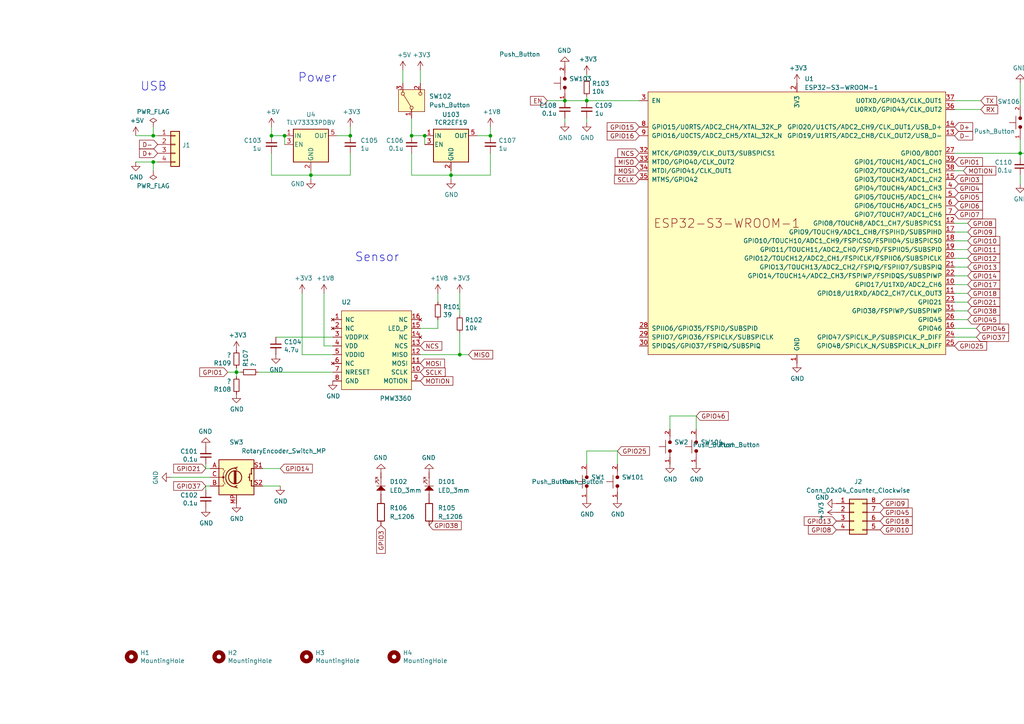
<source format=kicad_sch>
(kicad_sch (version 20231120) (generator "eeschema") (generator_version "8.0")
  (paper "A4")
  (lib_symbols
    (symbol "Connector:TestPoint" (pin_numbers hide) (pin_names (offset 0.762) hide)
      (property "Reference" "TP" (at 0 6.858 0))
      (property "Value" "TestPoint" (at 0 5.08 0))
      (symbol "TestPoint_1_1"
        (pin passive line (at 0 0 90) (length 2.54) (name "1") (number "1"))
      )
    )
    (symbol "Connector_Generic:Conn_01x04" (pin_names (offset 1.016) hide)
      (property "Reference" "J" (at 0 5.08 0))
      (property "Value" "Conn_01x04" (at 0 -7.62 0))
      (symbol "Conn_01x04_1_1"
        (pin passive line (at -5.08 2.54 0) (length 3.81) (name "Pin_1") (number "1"))
        (pin passive line (at -5.08 0 0) (length 3.81) (name "Pin_2") (number "2"))
        (pin passive line (at -5.08 -2.54 0) (length 3.81) (name "Pin_3") (number "3"))
        (pin passive line (at -5.08 -5.08 0) (length 3.81) (name "Pin_4") (number "4"))
      )
    )
    (symbol "Connector_Generic:Conn_02x03_Counter_Clockwise" (pin_names (offset 1.016) hide)
      (property "Reference" "J" (at 1.27 5.08 0))
      (property "Value" "Conn_02x03_Counter_Clockwise" (at 1.27 -5.08 0))
      (symbol "Conn_02x03_Counter_Clockwise_1_1"
        (pin passive line (at -5.08 2.54 0) (length 3.81) (name "Pin_1") (number "1"))
        (pin passive line (at -5.08 0 0) (length 3.81) (name "Pin_2") (number "2"))
        (pin passive line (at -5.08 -2.54 0) (length 3.81) (name "Pin_3") (number "3"))
        (pin passive line (at 7.62 -2.54 180) (length 3.81) (name "Pin_4") (number "4"))
        (pin passive line (at 7.62 0 180) (length 3.81) (name "Pin_5") (number "5"))
        (pin passive line (at 7.62 2.54 180) (length 3.81) (name "Pin_6") (number "6"))
      )
    )
    (symbol "Connector_Generic:Conn_02x04_Counter_Clockwise" (pin_names (offset 1.016) hide)
      (property "Reference" "J" (at 1.27 5.08 0))
      (property "Value" "Conn_02x04_Counter_Clockwise" (at 1.27 -7.62 0))
      (symbol "Conn_02x04_Counter_Clockwise_1_1"
        (pin passive line (at -5.08 2.54 0) (length 3.81) (name "Pin_1") (number "1"))
        (pin passive line (at -5.08 0 0) (length 3.81) (name "Pin_2") (number "2"))
        (pin passive line (at -5.08 -2.54 0) (length 3.81) (name "Pin_3") (number "3"))
        (pin passive line (at -5.08 -5.08 0) (length 3.81) (name "Pin_4") (number "4"))
        (pin passive line (at 7.62 -5.08 180) (length 3.81) (name "Pin_5") (number "5"))
        (pin passive line (at 7.62 -2.54 180) (length 3.81) (name "Pin_6") (number "6"))
        (pin passive line (at 7.62 0 180) (length 3.81) (name "Pin_7") (number "7"))
        (pin passive line (at 7.62 2.54 180) (length 3.81) (name "Pin_8") (number "8"))
      )
    )
    (symbol "Device:C_Small" (pin_numbers hide) (pin_names (offset 0.254) hide)
      (property "Reference" "C" (at 0.254 1.778 0))
      (property "Value" "C_Small" (at 0.254 -2.032 0))
      (symbol "C_Small_1_1"
        (pin passive line (at 0 2.54 270) (length 2.032) (name "~") (number "1"))
        (pin passive line (at 0 -2.54 90) (length 2.032) (name "~") (number "2"))
      )
    )
    (symbol "Device:R_Small" (pin_numbers hide) (pin_names (offset 0.254) hide)
      (property "Reference" "R" (at 0.762 0.508 0))
      (property "Value" "R_Small" (at 0.762 -1.016 0))
      (symbol "R_Small_1_1"
        (pin passive line (at 0 2.54 270) (length 0.762) (name "~") (number "1"))
        (pin passive line (at 0 -2.54 90) (length 0.762) (name "~") (number "2"))
      )
    )
    (symbol "Device:RotaryEncoder_Switch_MP" (pin_names (offset 0.254) hide)
      (property "Reference" "SW" (at 0 8.89 0))
      (property "Value" "RotaryEncoder_Switch_MP" (at 0 6.35 0))
      (symbol "RotaryEncoder_Switch_MP_1_1"
        (pin passive line (at -7.62 2.54 0) (length 2.54) (name "A") (number "A"))
        (pin passive line (at -7.62 -2.54 0) (length 2.54) (name "B") (number "B"))
        (pin passive line (at -7.62 0 0) (length 2.54) (name "C") (number "C"))
        (pin passive line (at 0 -7.62 90) (length 2.54) (name "MP") (number "MP"))
        (pin passive line (at 7.62 2.54 180) (length 2.54) (name "S1") (number "S1"))
        (pin passive line (at 7.62 -2.54 180) (length 2.54) (name "S2") (number "S2"))
      )
    )
    (symbol "Mechanical:MountingHole" (pin_names (offset 1.016)) (exclude_from_sim yes) (in_bom no)
      (property "Reference" "H" (at 0 5.08 0))
      (property "Value" "MountingHole" (at 0 3.175 0))
    )
    (symbol "PCM_Espressif:ESP32-S3-WROOM-1" (pin_names (offset 1.016))
      (property "Reference" "U" (at -43.18 43.18 0))
      (property "Value" "ESP32-S3-WROOM-1" (at -43.18 40.64 0))
      (symbol "ESP32-S3-WROOM-1_0_0"
        (text "ESP32-S3-WROOM-1" (at -20.32 0 0) (effects (font (size 2.54 2.54))))
        (pin power_in line (at 0 -40.64 90) (length 2.54) (name "GND") (number "1"))
        (pin bidirectional line (at 45.72 -17.78 180) (length 2.54) (name "GPIO17/U1TXD/ADC2_CH6") (number "10"))
        (pin bidirectional line (at 45.72 -20.32 180) (length 2.54) (name "GPIO18/U1RXD/ADC2_CH7/CLK_OUT3") (number "11"))
        (pin bidirectional line (at 45.72 0 180) (length 2.54) (name "GPIO8/TOUCH8/ADC1_CH7/SUBSPICS1") (number "12"))
        (pin bidirectional line (at 45.72 25.4 180) (length 2.54) (name "GPIO19/U1RTS/ADC2_CH8/CLK_OUT2/USB_D-") (number "13"))
        (pin bidirectional line (at 45.72 27.94 180) (length 2.54) (name "GPIO20/U1CTS/ADC2_CH9/CLK_OUT1/USB_D+") (number "14"))
        (pin bidirectional line (at 45.72 12.7 180) (length 2.54) (name "GPIO3/TOUCH3/ADC1_CH2") (number "15"))
        (pin bidirectional line (at 45.72 -30.48 180) (length 2.54) (name "GPIO46") (number "16"))
        (pin bidirectional line (at 45.72 -2.54 180) (length 2.54) (name "GPIO9/TOUCH9/ADC1_CH8/FSPIHD/SUBSPIHD") (number "17"))
        (pin bidirectional line (at 45.72 -5.08 180) (length 2.54) (name "GPIO10/TOUCH10/ADC1_CH9/FSPICS0/FSPIIO4/SUBSPICS0") (number "18"))
        (pin bidirectional line (at 45.72 -7.62 180) (length 2.54) (name "GPIO11/TOUCH11/ADC2_CH0/FSPID/FSPIIO5/SUBSPID") (number "19"))
        (pin power_in line (at 0 40.64 270) (length 2.54) (name "3V3") (number "2"))
        (pin bidirectional line (at 45.72 -10.16 180) (length 2.54) (name "GPIO12/TOUCH12/ADC2_CH1/FSPICLK/FSPIIO6/SUBSPICLK") (number "20"))
        (pin bidirectional line (at 45.72 -12.7 180) (length 2.54) (name "GPIO13/TOUCH13/ADC2_CH2/FSPIQ/FSPIIO7/SUBSPIQ") (number "21"))
        (pin bidirectional line (at 45.72 -15.24 180) (length 2.54) (name "GPIO14/TOUCH14/ADC2_CH3/FSPIWP/FSPIDQS/SUBSPIWP") (number "22"))
        (pin bidirectional line (at 45.72 -22.86 180) (length 2.54) (name "GPIO21") (number "23"))
        (pin bidirectional line (at 45.72 -33.02 180) (length 2.54) (name "GPIO47/SPICLK_P/SUBSPICLK_P_DIFF") (number "24"))
        (pin bidirectional line (at 45.72 -35.56 180) (length 2.54) (name "GPIO48/SPICLK_N/SUBSPICLK_N_DIFF") (number "25"))
        (pin bidirectional line (at 45.72 -27.94 180) (length 2.54) (name "GPIO45") (number "26"))
        (pin bidirectional line (at 45.72 20.32 180) (length 2.54) (name "GPIO0/BOOT") (number "27"))
        (pin bidirectional line (at -45.72 -30.48 0) (length 2.54) (name "SPIIO6/GPIO35/FSPID/SUBSPID") (number "28"))
        (pin bidirectional line (at -45.72 -33.02 0) (length 2.54) (name "SPIIO7/GPIO36/FSPICLK/SUBSPICLK") (number "29"))
        (pin input line (at -45.72 35.56 0) (length 2.54) (name "EN") (number "3"))
        (pin bidirectional line (at -45.72 -35.56 0) (length 2.54) (name "SPIDQS/GPIO37/FSPIQ/SUBSPIQ") (number "30"))
        (pin bidirectional line (at 45.72 -25.4 180) (length 2.54) (name "GPIO38/FSPIWP/SUBSPIWP") (number "31"))
        (pin bidirectional line (at -45.72 20.32 0) (length 2.54) (name "MTCK/GPIO39/CLK_OUT3/SUBSPICS1") (number "32"))
        (pin bidirectional line (at -45.72 17.78 0) (length 2.54) (name "MTDO/GPIO40/CLK_OUT2") (number "33"))
        (pin bidirectional line (at -45.72 15.24 0) (length 2.54) (name "MTDI/GPIO41/CLK_OUT1") (number "34"))
        (pin bidirectional line (at -45.72 12.7 0) (length 2.54) (name "MTMS/GPIO42") (number "35"))
        (pin bidirectional line (at 45.72 33.02 180) (length 2.54) (name "U0RXD/GPIO44/CLK_OUT2") (number "36"))
        (pin bidirectional line (at 45.72 35.56 180) (length 2.54) (name "U0TXD/GPIO43/CLK_OUT1") (number "37"))
        (pin bidirectional line (at 45.72 15.24 180) (length 2.54) (name "GPIO2/TOUCH2/ADC1_CH1") (number "38"))
        (pin bidirectional line (at 45.72 17.78 180) (length 2.54) (name "GPIO1/TOUCH1/ADC1_CH0") (number "39"))
        (pin bidirectional line (at 45.72 10.16 180) (length 2.54) (name "GPIO4/TOUCH4/ADC1_CH3") (number "4"))
        (pin passive line (at 0 -40.64 90) (length 2.54) hide (name "GND") (number "40"))
        (pin passive line (at 0 -40.64 90) (length 2.54) hide (name "GND") (number "41"))
        (pin bidirectional line (at 45.72 7.62 180) (length 2.54) (name "GPIO5/TOUCH5/ADC1_CH4") (number "5"))
        (pin bidirectional line (at 45.72 5.08 180) (length 2.54) (name "GPIO6/TOUCH6/ADC1_CH5") (number "6"))
        (pin bidirectional line (at 45.72 2.54 180) (length 2.54) (name "GPIO7/TOUCH7/ADC1_CH6") (number "7"))
        (pin bidirectional line (at -45.72 27.94 0) (length 2.54) (name "GPIO15/U0RTS/ADC2_CH4/XTAL_32K_P") (number "8"))
        (pin bidirectional line (at -45.72 25.4 0) (length 2.54) (name "GPIO16/U0CTS/ADC2_CH5/XTAL_32K_N") (number "9"))
      )
    )
    (symbol "PCM_Resistor_AKL:R_1206" (pin_numbers hide) (pin_names (offset 0))
      (property "Reference" "R" (at 2.54 1.27 0))
      (property "Value" "R_1206" (at 2.54 -1.27 0))
      (symbol "R_1206_1_1"
        (pin passive line (at 0 3.81 270) (length 1.27) (name "~") (number "1"))
        (pin passive line (at 0 -3.81 90) (length 1.27) (name "~") (number "2"))
      )
      (symbol "R_1206_1_2"
        (pin passive line (at 2.54 2.54 180) (length 0) (name "") (number "1"))
        (pin passive line (at -2.54 -2.54 0) (length 0) (name "") (number "2"))
      )
    )
    (symbol "PCM_SL_Devices:LED_3mm"
      (property "Reference" "D" (at -0.508 5.334 0))
      (property "Value" "LED_3mm" (at -0.508 2.794 0))
      (symbol "LED_3mm_1_1"
        (pin passive line (at 3.81 0 180) (length 1.5) (name "~") (number "1"))
        (pin passive line (at -3.81 0 0) (length 1.5) (name "") (number "2"))
      )
    )
    (symbol "PCM_SL_Devices:Push_Button"
      (property "Reference" "SW" (at 0 6.35 0))
      (property "Value" "Push_Button" (at 0 4.445 0))
      (symbol "Push_Button_1_1"
        (pin passive line (at -5.08 0 0) (length 2) (name "") (number "1"))
        (pin passive line (at 5.08 0 180) (length 2) (name "") (number "2"))
      )
    )
    (symbol "PMW3360:PMW3360" (pin_names (offset 1.016))
      (property "Reference" "U" (at -10.16 15.24 0))
      (property "Value" "PMW3360" (at 10.16 -12.7 0))
      (symbol "PMW3360_0_0"
        (pin no_connect line (at -12.7 10.16 0) (length 2.54) (name "NC") (number "1"))
        (pin unspecified line (at 12.7 -5.08 180) (length 2.54) (name "SCLK") (number "10"))
        (pin unspecified line (at 12.7 -2.54 180) (length 2.54) (name "MOSI") (number "11"))
        (pin unspecified line (at 12.7 0 180) (length 2.54) (name "MISO") (number "12"))
        (pin unspecified line (at 12.7 2.54 180) (length 2.54) (name "NCS") (number "13"))
        (pin no_connect line (at 12.7 5.08 180) (length 2.54) (name "NC") (number "14"))
        (pin unspecified line (at 12.7 7.62 180) (length 2.54) (name "LED_P") (number "15"))
        (pin no_connect line (at 12.7 10.16 180) (length 2.54) (name "NC") (number "16"))
        (pin no_connect line (at -12.7 7.62 0) (length 2.54) (name "NC") (number "2"))
        (pin unspecified line (at -12.7 5.08 0) (length 2.54) (name "VDDPIX") (number "3"))
        (pin unspecified line (at -12.7 2.54 0) (length 2.54) (name "VDD") (number "4"))
        (pin unspecified line (at -12.7 0 0) (length 2.54) (name "VDDIO") (number "5"))
        (pin no_connect line (at -12.7 -2.54 0) (length 2.54) (name "NC") (number "6"))
        (pin unspecified line (at -12.7 -5.08 0) (length 2.54) (name "NRESET") (number "7"))
        (pin unspecified line (at -12.7 -7.62 0) (length 2.54) (name "GND") (number "8"))
        (pin unspecified line (at 12.7 -7.62 180) (length 2.54) (name "MOTION") (number "9"))
      )
    )
    (symbol "Regulator_Linear:TLV70218_SOT23-5" (pin_names (offset 0.254))
      (property "Reference" "U" (at -3.81 5.715 0))
      (property "Value" "TLV70218_SOT23-5" (at 0 5.715 0))
      (symbol "TLV70218_SOT23-5_1_1"
        (pin power_in line (at -7.62 2.54 0) (length 2.54) (name "IN") (number "1"))
        (pin power_in line (at 0 -7.62 90) (length 2.54) (name "GND") (number "2"))
        (pin input line (at -7.62 0 0) (length 2.54) (name "EN") (number "3"))
        (pin no_connect line (at 5.08 0 180) (length 2.54) hide (name "NC") (number "4"))
        (pin power_out line (at 7.62 2.54 180) (length 2.54) (name "OUT") (number "5"))
      )
    )
    (symbol "Regulator_Linear:TLV73333PDBV" (pin_names (offset 0.254))
      (property "Reference" "U" (at -3.81 5.715 0))
      (property "Value" "TLV73333PDBV" (at 0 5.715 0))
      (symbol "TLV73333PDBV_1_1"
        (pin power_in line (at -7.62 2.54 0) (length 2.54) (name "IN") (number "1"))
        (pin power_in line (at 0 -7.62 90) (length 2.54) (name "GND") (number "2"))
        (pin input line (at -7.62 0 0) (length 2.54) (name "EN") (number "3"))
        (pin no_connect line (at 5.08 0 180) (length 2.54) hide (name "NC") (number "4"))
        (pin power_out line (at 7.62 2.54 180) (length 2.54) (name "OUT") (number "5"))
      )
    )
    (symbol "SSD1306-128x64_OLED:SSD1306" (pin_names (offset 1.016))
      (property "Reference" "Brd" (at 0 -3.81 0))
      (property "Value" "SSD1306" (at 0 -1.27 0))
      (symbol "SSD1306_1_1"
        (pin input line (at -3.81 8.89 270) (length 2.54) (name "GND") (number "1"))
        (pin input line (at -1.27 8.89 270) (length 2.54) (name "VCC") (number "2"))
        (pin input line (at 1.27 8.89 270) (length 2.54) (name "SCL") (number "3"))
        (pin input line (at 3.81 8.89 270) (length 2.54) (name "SDA") (number "4"))
      )
    )
    (symbol "Switch:SW_Wuerth_450301014042" (pin_names (offset 1) hide)
      (property "Reference" "SW" (at 0 5.08 0))
      (property "Value" "SW_Wuerth_450301014042" (at 0 -5.08 0))
      (symbol "SW_Wuerth_450301014042_1_1"
        (pin passive line (at -5.08 0 0) (length 2.54) (name "B") (number "1"))
        (pin passive line (at 5.08 -2.54 180) (length 2.54) (name "C") (number "2"))
        (pin passive line (at 5.08 2.54 180) (length 2.54) (name "A") (number "3"))
      )
    )
    (symbol "Trackball-rescue:+1V8-power" (power) (pin_names (offset 0))
      (property "Value" "power_+1V8" (at 0 3.556 0))
      (symbol "+1V8-power_1_1"
        (pin power_in line (at 0 0 90) (length 0) hide (name "+1V8") (number "1"))
      )
    )
    (symbol "Trackball-rescue:+3V3-power" (power) (pin_names (offset 0))
      (property "Value" "power_+3V3" (at 0 3.556 0))
      (symbol "+3V3-power_1_1"
        (pin power_in line (at 0 0 90) (length 0) hide (name "+3V3") (number "1"))
      )
    )
    (symbol "Trackball-rescue:+5V-power" (power) (pin_names (offset 0))
      (property "Value" "power_+5V" (at 0 3.556 0))
      (symbol "+5V-power_1_1"
        (pin power_in line (at 0 0 90) (length 0) hide (name "+5V") (number "1"))
      )
    )
    (symbol "Trackball-rescue:GND-power" (power) (pin_names (offset 0))
      (property "Value" "power_GND" (at 0 -3.81 0))
      (symbol "GND-power_1_1"
        (pin power_in line (at 0 0 270) (length 0) hide (name "GND") (number "1"))
      )
    )
    (symbol "Trackball-rescue:PWR_FLAG-power" (power) (pin_numbers hide) (pin_names (offset 0) hide)
      (property "Value" "power_PWR_FLAG" (at 0 3.81 0))
      (symbol "PWR_FLAG-power_0_0"
        (pin power_out line (at 0 0 90) (length 0) (name "pwr") (number "1"))
      )
    )
  )
  (junction (at 44.45 46.99))
  (junction (at 119.38 39.37))
  (junction (at 163.83 29.21))
  (junction (at 170.18 29.21))
  (junction (at 101.6 39.37))
  (junction (at 123.19 39.37))
  (junction (at 133.35 102.87))
  (junction (at 78.74 39.37))
  (junction (at 82.55 39.37))
  (junction (at 295.91 44.45))
  (junction (at 68.58 107.95))
  (junction (at 302.26 44.45))
  (junction (at 142.24 39.37))
  (junction (at 44.45 39.37))
  (junction (at 90.17 50.8))
  (junction (at 130.81 50.8))
  (wire (pts (xy 49.53 138.43) (xy 60.96 138.43)))
  (wire (pts (xy 170.18 29.21) (xy 170.18 27.94)))
  (wire (pts (xy 133.35 85.09) (xy 133.35 91.44)))
  (wire (pts (xy 142.24 50.8) (xy 130.81 50.8)))
  (wire (pts (xy 326.39 46.99) (xy 330.2 46.99)))
  (wire (pts (xy 39.37 39.37) (xy 44.45 39.37)))
  (wire (pts (xy 119.38 50.8) (xy 130.81 50.8)))
  (wire (pts (xy 78.74 44.45) (xy 78.74 50.8)))
  (wire (pts (xy 121.92 95.25) (xy 127 95.25)))
  (wire (pts (xy 96.52 102.87) (xy 87.63 102.87)))
  (wire (pts (xy 81.28 140.97) (xy 76.2 140.97)))
  (wire (pts (xy 158.75 29.21) (xy 163.83 29.21)))
  (wire (pts (xy 309.88 44.45) (xy 302.26 44.45)))
  (wire (pts (xy 127 87.63) (xy 127 85.09)))
  (wire (pts (xy 326.39 44.45) (xy 330.2 44.45)))
  (wire (pts (xy 302.26 30.48) (xy 302.26 34.29)))
  (wire (pts (xy 295.91 45.72) (xy 295.91 44.45)))
  (wire (pts (xy 302.26 53.34) (xy 302.26 50.8)))
  (wire (pts (xy 276.86 31.75) (xy 284.48 31.75)))
  (wire (pts (xy 280.67 74.93) (xy 276.86 74.93)))
  (wire (pts (xy 59.69 140.97) (xy 59.69 142.24)))
  (wire (pts (xy 280.67 92.71) (xy 276.86 92.71)))
  (wire (pts (xy 280.67 67.31) (xy 276.86 67.31)))
  (wire (pts (xy 354.33 44.45) (xy 342.9 44.45)))
  (wire (pts (xy 163.83 29.21) (xy 170.18 29.21)))
  (wire (pts (xy 127 95.25) (xy 127 92.71)))
  (wire (pts (xy 295.91 24.13) (xy 295.91 30.48)))
  (wire (pts (xy 280.67 82.55) (xy 276.86 82.55)))
  (wire (pts (xy 69.85 107.95) (xy 68.58 107.95)))
  (wire (pts (xy 101.6 50.8) (xy 90.17 50.8)))
  (wire (pts (xy 93.98 100.33) (xy 93.98 85.09)))
  (wire (pts (xy 326.39 41.91) (xy 330.2 41.91)))
  (wire (pts (xy 68.58 107.95) (xy 68.58 106.68)))
  (wire (pts (xy 280.67 90.17) (xy 276.86 90.17)))
  (wire (pts (xy 59.69 135.89) (xy 59.69 134.62)))
  (wire (pts (xy 142.24 36.83) (xy 142.24 39.37)))
  (wire (pts (xy 276.86 44.45) (xy 295.91 44.45)))
  (wire (pts (xy 133.35 96.52) (xy 133.35 102.87)))
  (wire (pts (xy 68.58 107.95) (xy 68.58 109.22)))
  (wire (pts (xy 81.28 135.89) (xy 76.2 135.89)))
  (wire (pts (xy 280.67 80.01) (xy 276.86 80.01)))
  (wire (pts (xy 130.81 49.53) (xy 130.81 50.8)))
  (wire (pts (xy 194.31 120.65) (xy 201.93 120.65)))
  (wire (pts (xy 302.26 44.45) (xy 302.26 39.37)))
  (wire (pts (xy 283.21 97.79) (xy 276.86 97.79)))
  (wire (pts (xy 39.37 46.99) (xy 44.45 46.99)))
  (wire (pts (xy 119.38 39.37) (xy 123.19 39.37)))
  (wire (pts (xy 90.17 50.8) (xy 90.17 52.07)))
  (wire (pts (xy 74.93 107.95) (xy 96.52 107.95)))
  (wire (pts (xy 295.91 44.45) (xy 302.26 44.45)))
  (wire (pts (xy 295.91 53.34) (xy 295.91 50.8)))
  (wire (pts (xy 170.18 130.81) (xy 170.18 134.62)))
  (wire (pts (xy 194.31 120.65) (xy 194.31 124.46)))
  (wire (pts (xy 280.67 87.63) (xy 276.86 87.63)))
  (wire (pts (xy 279.4 49.53) (xy 276.86 49.53)))
  (wire (pts (xy 60.96 135.89) (xy 59.69 135.89)))
  (wire (pts (xy 280.67 72.39) (xy 276.86 72.39)))
  (wire (pts (xy 78.74 39.37) (xy 82.55 39.37)))
  (wire (pts (xy 60.96 140.97) (xy 59.69 140.97)))
  (wire (pts (xy 44.45 46.99) (xy 45.72 46.99)))
  (wire (pts (xy 130.81 50.8) (xy 130.81 52.07)))
  (wire (pts (xy 101.6 44.45) (xy 101.6 50.8)))
  (wire (pts (xy 121.92 20.32) (xy 121.92 24.13)))
  (wire (pts (xy 170.18 130.81) (xy 179.07 130.81)))
  (wire (pts (xy 280.67 69.85) (xy 276.86 69.85)))
  (wire (pts (xy 283.21 95.25) (xy 276.86 95.25)))
  (wire (pts (xy 90.17 49.53) (xy 90.17 50.8)))
  (wire (pts (xy 295.91 40.64) (xy 295.91 44.45)))
  (wire (pts (xy 78.74 36.83) (xy 78.74 39.37)))
  (wire (pts (xy 44.45 36.83) (xy 44.45 39.37)))
  (wire (pts (xy 354.33 46.99) (xy 342.9 46.99)))
  (wire (pts (xy 119.38 34.29) (xy 119.38 39.37)))
  (wire (pts (xy 354.33 41.91) (xy 342.9 41.91)))
  (wire (pts (xy 121.92 102.87) (xy 133.35 102.87)))
  (wire (pts (xy 96.52 100.33) (xy 93.98 100.33)))
  (wire (pts (xy 87.63 102.87) (xy 87.63 85.09)))
  (wire (pts (xy 101.6 36.83) (xy 101.6 39.37)))
  (wire (pts (xy 170.18 29.21) (xy 185.42 29.21)))
  (wire (pts (xy 44.45 39.37) (xy 45.72 39.37)))
  (wire (pts (xy 284.48 29.21) (xy 276.86 29.21)))
  (wire (pts (xy 163.83 35.56) (xy 163.83 34.29)))
  (wire (pts (xy 280.67 77.47) (xy 276.86 77.47)))
  (wire (pts (xy 138.43 39.37) (xy 142.24 39.37)))
  (wire (pts (xy 280.67 64.77) (xy 276.86 64.77)))
  (wire (pts (xy 201.93 120.65) (xy 201.93 124.46)))
  (wire (pts (xy 302.26 45.72) (xy 302.26 44.45)))
  (wire (pts (xy 142.24 44.45) (xy 142.24 50.8)))
  (wire (pts (xy 170.18 21.59) (xy 170.18 22.86)))
  (wire (pts (xy 44.45 49.53) (xy 44.45 46.99)))
  (wire (pts (xy 80.01 97.79) (xy 96.52 97.79)))
  (wire (pts (xy 179.07 130.81) (xy 179.07 134.62)))
  (wire (pts (xy 97.79 39.37) (xy 101.6 39.37)))
  (wire (pts (xy 66.04 107.95) (xy 68.58 107.95)))
  (wire (pts (xy 133.35 102.87) (xy 135.89 102.87)))
  (wire (pts (xy 170.18 35.56) (xy 170.18 34.29)))
  (wire (pts (xy 119.38 44.45) (xy 119.38 50.8)))
  (wire (pts (xy 280.67 85.09) (xy 276.86 85.09)))
  (wire (pts (xy 78.74 50.8) (xy 90.17 50.8)))
  (wire (pts (xy 116.84 20.32) (xy 116.84 24.13)))
  (wire (pts (xy 82.55 41.91) (xy 82.55 39.37)))
  (wire (pts (xy 123.19 41.91) (xy 123.19 39.37)))
  (text "USB" (at 40.64 26.67 0) (effects (font (size 2.54 2.54)) (justify left bottom)))
  (text "Power" (at 86.36 24.13 0) (effects (font (size 2.54 2.54)) (justify left bottom)))
  (text "Sensor" (at 102.87 76.2 0) (effects (font (size 2.54 2.54)) (justify left bottom)))
  (global_label "GPIO13" (shape input) (at 242.57 151.13 180) (property "Intersheetrefs" "${INTERSHEET_REFS}" (effects (hide yes))))
  (global_label "GPIO12" (shape input) (at 337.82 73.66 90) (property "Intersheetrefs" "${INTERSHEET_REFS}" (effects (hide yes))))
  (global_label "GPIO13" (shape input) (at 280.67 77.47 0) (property "Intersheetrefs" "${INTERSHEET_REFS}" (effects (hide yes))))
  (global_label "GPIO38" (shape input) (at 280.67 90.17 0) (property "Intersheetrefs" "${INTERSHEET_REFS}" (effects (hide yes))))
  (global_label "GPIO17" (shape input) (at 280.67 82.55 0) (property "Intersheetrefs" "${INTERSHEET_REFS}" (effects (hide yes))))
  (global_label "GPIO7" (shape input) (at 276.86 62.23 0) (property "Intersheetrefs" "${INTERSHEET_REFS}" (effects (hide yes))))
  (global_label "GPIO5" (shape input) (at 276.86 57.15 0) (property "Intersheetrefs" "${INTERSHEET_REFS}" (effects (hide yes))))
  (global_label "MOTION" (shape input) (at 279.4 49.53 0) (property "Intersheetrefs" "${INTERSHEET_REFS}" (effects (hide yes))))
  (global_label "TX" (shape input) (at 326.39 44.45 180) (property "Intersheetrefs" "${INTERSHEET_REFS}" (effects (hide yes))))
  (global_label "MOTION" (shape input) (at 379.73 137.16 0) (property "Intersheetrefs" "${INTERSHEET_REFS}" (effects (hide yes))))
  (global_label "MISO" (shape input) (at 185.42 46.99 180) (property "Intersheetrefs" "${INTERSHEET_REFS}" (effects (hide yes))))
  (global_label "GPIO37" (shape input) (at 59.69 140.97 180) (property "Intersheetrefs" "${INTERSHEET_REFS}" (effects (hide yes))))
  (global_label "GPIO10" (shape input) (at 255.27 153.67 0) (property "Intersheetrefs" "${INTERSHEET_REFS}" (effects (hide yes))))
  (global_label "GPIO18" (shape input) (at 280.67 85.09 0) (property "Intersheetrefs" "${INTERSHEET_REFS}" (effects (hide yes))))
  (global_label "GPIO7" (shape input) (at 388.62 95.25 0) (property "Intersheetrefs" "${INTERSHEET_REFS}" (effects (hide yes))))
  (global_label "GPIO38" (shape input) (at 124.46 152.4 0) (property "Intersheetrefs" "${INTERSHEET_REFS}" (effects (hide yes))))
  (global_label "GPIO45" (shape input) (at 255.27 148.59 0) (property "Intersheetrefs" "${INTERSHEET_REFS}" (effects (hide yes))))
  (global_label "GPIO3" (shape input) (at 276.86 52.07 0) (property "Intersheetrefs" "${INTERSHEET_REFS}" (effects (hide yes))))
  (global_label "GPIO18" (shape input) (at 255.27 151.13 0) (property "Intersheetrefs" "${INTERSHEET_REFS}" (effects (hide yes))))
  (global_label "TX" (shape input) (at 284.48 29.21 0) (property "Intersheetrefs" "${INTERSHEET_REFS}" (effects (hide yes))))
  (global_label "NCS" (shape input) (at 379.73 157.48 0) (property "Intersheetrefs" "${INTERSHEET_REFS}" (effects (hide yes))))
  (global_label "D-" (shape input) (at 45.72 41.91 180) (property "Intersheetrefs" "${INTERSHEET_REFS}" (effects (hide yes))))
  (global_label "GPIO11" (shape input) (at 280.67 72.39 0) (property "Intersheetrefs" "${INTERSHEET_REFS}" (effects (hide yes))))
  (global_label "GPIO15" (shape input) (at 388.62 102.87 0) (property "Intersheetrefs" "${INTERSHEET_REFS}" (effects (hide yes))))
  (global_label "GPIO46" (shape input) (at 201.93 120.65 0) (property "Intersheetrefs" "${INTERSHEET_REFS}" (effects (hide yes))))
  (global_label "D-" (shape input) (at 276.86 39.37 0) (property "Intersheetrefs" "${INTERSHEET_REFS}" (effects (hide yes))))
  (global_label "GPIO12" (shape input) (at 280.67 74.93 0) (property "Intersheetrefs" "${INTERSHEET_REFS}" (effects (hide yes))))
  (global_label "GPIO8" (shape input) (at 280.67 64.77 0) (property "Intersheetrefs" "${INTERSHEET_REFS}" (effects (hide yes))))
  (global_label "GPIO29" (shape input) (at 298.45 88.9 0) (property "Intersheetrefs" "${INTERSHEET_REFS}" (effects (hide yes))))
  (global_label "GPIO1" (shape input) (at 66.04 107.95 180) (property "Intersheetrefs" "${INTERSHEET_REFS}" (effects (hide yes))))
  (global_label "GPIO0" (shape input) (at 309.88 44.45 0) (property "Intersheetrefs" "${INTERSHEET_REFS}" (effects (hide yes))))
  (global_label "MISO" (shape input) (at 135.89 102.87 0) (property "Intersheetrefs" "${INTERSHEET_REFS}" (effects (hide yes))))
  (global_label "GPIO21" (shape input) (at 59.69 135.89 180) (property "Intersheetrefs" "${INTERSHEET_REFS}" (effects (hide yes))))
  (global_label "MISO" (shape input) (at 379.73 144.78 0) (property "Intersheetrefs" "${INTERSHEET_REFS}" (effects (hide yes))))
  (global_label "MOTION" (shape input) (at 121.92 110.49 0) (property "Intersheetrefs" "${INTERSHEET_REFS}" (effects (hide yes))))
  (global_label "GPIO5" (shape input) (at 388.62 82.55 0) (property "Intersheetrefs" "${INTERSHEET_REFS}" (effects (hide yes))))
  (global_label "GPIO37" (shape input) (at 283.21 97.79 0) (property "Intersheetrefs" "${INTERSHEET_REFS}" (effects (hide yes))))
  (global_label "GPIO4" (shape input) (at 388.62 74.93 0) (property "Intersheetrefs" "${INTERSHEET_REFS}" (effects (hide yes))))
  (global_label "GPIO14" (shape input) (at 81.28 135.89 0) (property "Intersheetrefs" "${INTERSHEET_REFS}" (effects (hide yes))))
  (global_label "GPIO10" (shape input) (at 280.67 69.85 0) (property "Intersheetrefs" "${INTERSHEET_REFS}" (effects (hide yes))))
  (global_label "EN" (shape input) (at 326.39 41.91 180) (property "Intersheetrefs" "${INTERSHEET_REFS}" (effects (hide yes))))
  (global_label "RX" (shape input) (at 284.48 31.75 0) (property "Intersheetrefs" "${INTERSHEET_REFS}" (effects (hide yes))))
  (global_label "GPIO6" (shape input) (at 388.62 88.9 0) (property "Intersheetrefs" "${INTERSHEET_REFS}" (effects (hide yes))))
  (global_label "GPIO16" (shape input) (at 388.62 113.03 0) (property "Intersheetrefs" "${INTERSHEET_REFS}" (effects (hide yes))))
  (global_label "GPIO0" (shape input) (at 354.33 46.99 0) (property "Intersheetrefs" "${INTERSHEET_REFS}" (effects (hide yes))))
  (global_label "GPIO21" (shape input) (at 280.67 87.63 0) (property "Intersheetrefs" "${INTERSHEET_REFS}" (effects (hide yes))))
  (global_label "SCLK" (shape input) (at 185.42 52.07 180) (property "Intersheetrefs" "${INTERSHEET_REFS}" (effects (hide yes))))
  (global_label "MOSI" (shape input) (at 121.92 105.41 0) (property "Intersheetrefs" "${INTERSHEET_REFS}" (effects (hide yes))))
  (global_label "EN" (shape input) (at 158.75 29.21 180) (property "Intersheetrefs" "${INTERSHEET_REFS}" (effects (hide yes))))
  (global_label "GPIO8" (shape input) (at 242.57 153.67 180) (property "Intersheetrefs" "${INTERSHEET_REFS}" (effects (hide yes))))
  (global_label "MOSI" (shape input) (at 379.73 142.24 0) (property "Intersheetrefs" "${INTERSHEET_REFS}" (effects (hide yes))))
  (global_label "GPIO15" (shape input) (at 185.42 36.83 180) (property "Intersheetrefs" "${INTERSHEET_REFS}" (effects (hide yes))))
  (global_label "GPIO25" (shape input) (at 179.07 130.81 0) (property "Intersheetrefs" "${INTERSHEET_REFS}" (effects (hide yes))))
  (global_label "NCS" (shape input) (at 121.92 100.33 0) (property "Intersheetrefs" "${INTERSHEET_REFS}" (effects (hide yes))))
  (global_label "D+" (shape input) (at 276.86 36.83 0) (property "Intersheetrefs" "${INTERSHEET_REFS}" (effects (hide yes))))
  (global_label "GPIO4" (shape input) (at 276.86 54.61 0) (property "Intersheetrefs" "${INTERSHEET_REFS}" (effects (hide yes))))
  (global_label "NCS" (shape input) (at 185.42 44.45 180) (property "Intersheetrefs" "${INTERSHEET_REFS}" (effects (hide yes))))
  (global_label "RX" (shape input) (at 326.39 46.99 180) (property "Intersheetrefs" "${INTERSHEET_REFS}" (effects (hide yes))))
  (global_label "GPIO9" (shape input) (at 280.67 67.31 0) (property "Intersheetrefs" "${INTERSHEET_REFS}" (effects (hide yes))))
  (global_label "GPIO14" (shape input) (at 280.67 80.01 0) (property "Intersheetrefs" "${INTERSHEET_REFS}" (effects (hide yes))))
  (global_label "GPIO3" (shape input) (at 110.49 152.4 270) (property "Intersheetrefs" "${INTERSHEET_REFS}" (effects (hide yes))))
  (global_label "GPIO1" (shape input) (at 276.86 46.99 0) (property "Intersheetrefs" "${INTERSHEET_REFS}" (effects (hide yes))))
  (global_label "D+" (shape input) (at 45.72 44.45 180) (property "Intersheetrefs" "${INTERSHEET_REFS}" (effects (hide yes))))
  (global_label "MOSI" (shape input) (at 185.42 49.53 180) (property "Intersheetrefs" "${INTERSHEET_REFS}" (effects (hide yes))))
  (global_label "GPIO25" (shape input) (at 276.86 100.33 0) (property "Intersheetrefs" "${INTERSHEET_REFS}" (effects (hide yes))))
  (global_label "GPIO9" (shape input) (at 255.27 146.05 0) (property "Intersheetrefs" "${INTERSHEET_REFS}" (effects (hide yes))))
  (global_label "SCLK" (shape input) (at 121.92 107.95 0) (property "Intersheetrefs" "${INTERSHEET_REFS}" (effects (hide yes))))
  (global_label "GPIO11" (shape input) (at 340.36 73.66 90) (property "Intersheetrefs" "${INTERSHEET_REFS}" (effects (hide yes))))
  (global_label "GPIO16" (shape input) (at 185.42 39.37 180) (property "Intersheetrefs" "${INTERSHEET_REFS}" (effects (hide yes))))
  (global_label "GPIO6" (shape input) (at 276.86 59.69 0) (property "Intersheetrefs" "${INTERSHEET_REFS}" (effects (hide yes))))
  (global_label "GPIO17" (shape input) (at 388.62 120.65 0) (property "Intersheetrefs" "${INTERSHEET_REFS}" (effects (hide yes))))
  (global_label "GPIO46" (shape input) (at 283.21 95.25 0) (property "Intersheetrefs" "${INTERSHEET_REFS}" (effects (hide yes))))
  (global_label "GPIO45" (shape input) (at 280.67 92.71 0) (property "Intersheetrefs" "${INTERSHEET_REFS}" (effects (hide yes))))
  (global_label "SCLK" (shape input) (at 379.73 139.7 0) (property "Intersheetrefs" "${INTERSHEET_REFS}" (effects (hide yes))))
  (symbol (lib_id "Trackball-rescue:GND-power") (at 90.17 52.07 0) (unit 1)
    (property "Reference" "#PWR0108" (effects (hide yes)))
    (property "Value" "GND" (at 86.36 53.34 0))
  )
  (symbol (lib_id "Trackball-rescue:+3V3-power") (at 101.6 36.83 0) (unit 1)
    (property "Reference" "#PWR0111" (effects (hide yes)))
    (property "Value" "+3V3" (at 101.981 32.4358 0))
  )
  (symbol (lib_id "Device:C_Small") (at 78.74 41.91 0) (mirror y) (unit 1)
    (property "Reference" "C103" (at 75.819 40.7416 0) (effects (justify left)))
    (property "Value" "1u" (at 75.819 43.053 0) (effects (justify left)))
    (property "Footprint" "Capacitor_SMD:C_0805_2012Metric" (effects (hide yes)))
    (property "LCSC" "C52923" (effects (hide yes)))
  )
  (symbol (lib_id "Device:C_Small") (at 101.6 41.91 0) (unit 1)
    (property "Reference" "C105" (at 104.521 40.7416 0) (effects (justify left)))
    (property "Value" "1u" (at 104.521 43.053 0) (effects (justify left)))
    (property "Footprint" "Capacitor_SMD:C_0805_2012Metric" (effects (hide yes)))
    (property "LCSC" "C52923" (effects (hide yes)))
  )
  (symbol (lib_id "Trackball-rescue:+5V-power") (at 39.37 39.37 0) (unit 1)
    (property "Reference" "#PWR0101" (effects (hide yes)))
    (property "Value" "+5V" (at 39.751 34.9758 0))
  )
  (symbol (lib_id "Trackball-rescue:GND-power") (at 39.37 46.99 0) (unit 1)
    (property "Reference" "#PWR0102" (effects (hide yes)))
    (property "Value" "GND" (at 39.497 51.3842 0))
  )
  (symbol (lib_id "PMW3360:PMW3360") (at 109.22 102.87 0) (unit 1)
    (property "Reference" "U2" (at 99.06 87.63 0) (effects (justify left)))
    (property "Value" "PMW3360" (at 119.38 115.57 0) (effects (justify right)))
    (property "Footprint" "PMW3360:PMW3360" (effects (hide yes)))
  )
  (symbol (lib_id "Regulator_Linear:TLV70218_SOT23-5") (at 130.81 41.91 0) (unit 1)
    (property "Reference" "U103" (at 130.81 33.2232 0))
    (property "Value" "TCR2EF19" (at 130.81 35.5346 0))
    (property "Footprint" "Package_TO_SOT_SMD:SOT-23-5" (effects (hide yes)))
    (property "LCSC" "C146366" (effects (hide yes)))
  )
  (symbol (lib_id "Device:C_Small") (at 142.24 41.91 0) (unit 1)
    (property "Reference" "C107" (at 144.5768 40.7416 0) (effects (justify left)))
    (property "Value" "1u" (at 144.5768 43.053 0) (effects (justify left)))
    (property "Footprint" "Capacitor_SMD:C_0805_2012Metric" (effects (hide yes)))
    (property "LCSC" "C15849" (effects (hide yes)))
  )
  (symbol (lib_id "Device:C_Small") (at 119.38 41.91 0) (mirror x) (unit 1)
    (property "Reference" "C106" (at 117.0686 40.7416 0) (effects (justify right)))
    (property "Value" "0.1u" (at 117.0686 43.053 0) (effects (justify right)))
    (property "Footprint" "Capacitor_SMD:C_0805_2012Metric" (effects (hide yes)))
    (property "LCSC" "C14663" (effects (hide yes)))
  )
  (symbol (lib_id "Trackball-rescue:GND-power") (at 130.81 52.07 0) (unit 1)
    (property "Reference" "#PWR0115" (effects (hide yes)))
    (property "Value" "GND" (at 130.937 56.4642 0))
  )
  (symbol (lib_id "Trackball-rescue:+1V8-power") (at 142.24 36.83 0) (unit 1)
    (property "Reference" "#PWR0117" (effects (hide yes)))
    (property "Value" "+1V8" (at 142.621 32.4358 0))
  )
  (symbol (lib_id "Device:C_Small") (at 80.01 100.33 0) (unit 1)
    (property "Reference" "C104" (at 82.3468 99.1616 0) (effects (justify left)))
    (property "Value" "4.7u" (at 82.3468 101.473 0) (effects (justify left)))
    (property "Footprint" "Capacitor_SMD:C_0805_2012Metric" (effects (hide yes)))
    (property "LCSC" "C23733" (effects (hide yes)))
  )
  (symbol (lib_id "Trackball-rescue:GND-power") (at 80.01 102.87 0) (unit 1)
    (property "Reference" "#PWR0105" (effects (hide yes)))
    (property "Value" "GND" (at 80.137 107.2642 0))
  )
  (symbol (lib_id "Trackball-rescue:+3V3-power") (at 87.63 85.09 0) (unit 1)
    (property "Reference" "#PWR0107" (effects (hide yes)))
    (property "Value" "+3V3" (at 88.011 80.6958 0))
  )
  (symbol (lib_id "Trackball-rescue:+1V8-power") (at 93.98 85.09 0) (unit 1)
    (property "Reference" "#PWR0109" (effects (hide yes)))
    (property "Value" "+1V8" (at 94.361 80.6958 0))
  )
  (symbol (lib_id "Trackball-rescue:GND-power") (at 96.52 110.49 0) (unit 1)
    (property "Reference" "#PWR0110" (effects (hide yes)))
    (property "Value" "GND" (at 96.647 114.8842 0))
  )
  (symbol (lib_id "Device:R_Small") (at 133.35 93.98 0) (unit 1)
    (property "Reference" "R102" (at 134.8486 92.8116 0) (effects (justify left)))
    (property "Value" "10k" (at 134.8486 95.123 0) (effects (justify left)))
    (property "Footprint" "Resistor_SMD:R_0805_2012Metric" (effects (hide yes)))
    (property "LCSC" "C25744" (effects (hide yes)))
  )
  (symbol (lib_id "Trackball-rescue:+3V3-power") (at 133.35 85.09 0) (unit 1)
    (property "Reference" "#PWR0116" (effects (hide yes)))
    (property "Value" "+3V3" (at 133.731 80.6958 0))
  )
  (symbol (lib_id "Trackball-rescue:+1V8-power") (at 127 85.09 0) (unit 1)
    (property "Reference" "#PWR0114" (effects (hide yes)))
    (property "Value" "+1V8" (at 127.381 80.6958 0))
  )
  (symbol (lib_id "Device:R_Small") (at 127 90.17 0) (unit 1)
    (property "Reference" "R101" (at 128.4986 89.0016 0) (effects (justify left)))
    (property "Value" "39" (at 128.4986 91.313 0) (effects (justify left)))
    (property "Footprint" "Resistor_SMD:R_0805_2012Metric" (effects (hide yes)))
    (property "LCSC" "C25110" (effects (hide yes)))
  )
  (symbol (lib_id "Regulator_Linear:TLV73333PDBV") (at 90.17 41.91 0) (unit 1)
    (property "Reference" "U4" (at 90.17 33.2232 0))
    (property "Value" "TLV73333PDBV" (at 90.17 35.5346 0))
    (property "Footprint" "Package_TO_SOT_SMD:SOT-23-5" (effects (hide yes)))
    (property "Datasheet" "http://www.ti.com/lit/ds/symlink/tlv733p.pdf" (effects (hide yes)))
    (property "LCSC" "C134139" (effects (hide yes)))
  )
  (symbol (lib_id "Trackball-rescue:+5V-power") (at 78.74 36.83 0) (unit 1)
    (property "Reference" "#PWR0104" (effects (hide yes)))
    (property "Value" "+5V" (at 79.121 32.4358 0))
  )
  (symbol (lib_id "Connector_Generic:Conn_01x04") (at 50.8 41.91 0) (unit 1)
    (property "Reference" "J1" (at 52.832 42.1132 0) (effects (justify left)))
    (property "Value" "Conn_01x04" (effects (hide yes)))
    (property "Footprint" "Connector_PinHeader_2.54mm:PinHeader_1x04_P2.54mm_Vertical" (effects (hide yes)))
  )
  (symbol (lib_id "Trackball-rescue:PWR_FLAG-power") (at 44.45 36.83 0) (unit 1)
    (property "Reference" "#FLG0101" (effects (hide yes)))
    (property "Value" "PWR_FLAG" (at 44.45 32.4358 0))
  )
  (symbol (lib_id "Trackball-rescue:PWR_FLAG-power") (at 44.45 49.53 180) (unit 1)
    (property "Reference" "#FLG0102" (effects (hide yes)))
    (property "Value" "PWR_FLAG" (at 44.45 53.9242 0))
  )
  (symbol (lib_id "Trackball-rescue:+5V-power") (at 116.84 20.32 0) (unit 1)
    (property "Reference" "#PWR0112" (effects (hide yes)))
    (property "Value" "+5V" (at 117.221 15.9258 0))
  )
  (symbol (lib_id "Mechanical:MountingHole") (at 38.1 190.5 0) (unit 1)
    (property "Reference" "H1" (at 40.64 189.3316 0) (effects (justify left)))
    (property "Value" "MountingHole" (at 40.64 191.643 0) (effects (justify left)))
    (property "Footprint" "MountingHole:MountingHole_3.2mm_M3" (effects (hide yes)))
  )
  (symbol (lib_id "Mechanical:MountingHole") (at 63.5 190.5 0) (unit 1)
    (property "Reference" "H2" (at 66.04 189.3316 0) (effects (justify left)))
    (property "Value" "MountingHole" (at 66.04 191.643 0) (effects (justify left)))
    (property "Footprint" "MountingHole:MountingHole_3.2mm_M3" (effects (hide yes)))
  )
  (symbol (lib_id "Mechanical:MountingHole") (at 88.9 190.5 0) (unit 1)
    (property "Reference" "H3" (at 91.44 189.3316 0) (effects (justify left)))
    (property "Value" "MountingHole" (at 91.44 191.643 0) (effects (justify left)))
    (property "Footprint" "MountingHole:MountingHole_3.2mm_M3" (effects (hide yes)))
  )
  (symbol (lib_id "Mechanical:MountingHole") (at 114.3 190.5 0) (unit 1)
    (property "Reference" "H4" (at 116.84 189.3316 0) (effects (justify left)))
    (property "Value" "MountingHole" (at 116.84 191.643 0) (effects (justify left)))
    (property "Footprint" "MountingHole:MountingHole_3.2mm_M3" (effects (hide yes)))
  )
  (symbol (lib_id "Connector_Generic:Conn_02x04_Counter_Clockwise") (at 247.65 148.59 0) (unit 1)
    (property "Reference" "J2" (at 248.92 139.7 0))
    (property "Value" "Conn_02x04_Counter_Clockwise" (at 248.92 142.24 0))
    (property "Footprint" "Connector_IDC:IDC-Header_2x04_P2.54mm_Vertical" (effects (hide yes)))
    (property "Description" "Generic connector, double row, 02x04, counter clockwise pin numbering scheme (similar to DIP package numbering), script generated (kicad-library-utils/schlib/autogen/connector/)" (effects (hide yes)))
  )
  (symbol (lib_id "Trackball-rescue:GND-power") (at 68.58 146.05 0) (unit 1)
    (property "Reference" "#PWR0103" (effects (hide yes)))
    (property "Value" "GND" (at 68.707 150.4442 0))
  )
  (symbol (lib_id "Trackball-rescue:GND-power") (at 59.69 129.54 180) (unit 1)
    (property "Reference" "#PWR0133" (effects (hide yes)))
    (property "Value" "GND" (at 59.563 125.1458 0))
  )
  (symbol (lib_id "Trackball-rescue:+3V3-power") (at 170.18 21.59 0) (unit 1)
    (property "Reference" "#PWR0120" (effects (hide yes)))
    (property "Value" "+3V3" (at 170.561 17.1958 0))
  )
  (symbol (lib_id "Trackball-rescue:GND-power") (at 163.83 19.05 180) (unit 1)
    (property "Reference" "#PWR0118" (effects (hide yes)))
    (property "Value" "GND" (at 163.703 14.6558 0))
  )
  (symbol (lib_id "Device:R_Small") (at 302.26 36.83 0) (unit 1)
    (property "Reference" "R104" (at 303.7586 35.6616 0) (effects (justify left)))
    (property "Value" "10k" (at 303.7586 37.973 0) (effects (justify left)))
    (property "Footprint" "Resistor_SMD:R_0805_2012Metric" (effects (hide yes)))
    (property "LCSC" "C25744" (effects (hide yes)))
  )
  (symbol (lib_id "PCM_Espressif:ESP32-S3-WROOM-1") (at 231.14 64.77 0) (unit 1)
    (property "Reference" "U1" (at 233.3341 22.86 0) (effects (justify left)))
    (property "Value" "ESP32-S3-WROOM-1" (at 233.3341 25.4 0) (effects (justify left)))
    (property "Footprint" "PCM_Espressif:ESP32-S3-WROOM-1" (effects (hide yes)))
    (property "Datasheet" "https://www.espressif.com/sites/default/files/documentation/esp32-s3-wroom-1_wroom-1u_datasheet_en.pdf" (effects (hide yes)))
    (property "Description" "2.4 GHz WiFi (802.11 b/g/n) and Bluetooth ® 5 (LE) module Built around ESP32S3 series of SoCs, Xtensa ® dualcore 32bit LX7 microprocessor Flash up to 16 MB, PSRAM up to 8 MB 36 GPIOs, rich set of peripherals Onboard PCB antenna" (effects (hide yes)))
  )
  (symbol (lib_id "Connector:TestPoint") (at 388.62 102.87 90) (unit 1)
    (property "Reference" "TP105" (at 385.318 97.79 90))
    (property "Value" "TestPoint" (at 385.318 100.33 90))
    (property "Footprint" "TestPoint:TestPoint_Pad_D1.0mm" (effects (hide yes)))
    (property "Description" "test point" (effects (hide yes)))
  )
  (symbol (lib_id "Trackball-rescue:GND-power") (at 194.31 134.62 0) (unit 1)
    (property "Reference" "#PWR0123" (effects (hide yes)))
    (property "Value" "GND" (at 194.437 139.0142 0))
  )
  (symbol (lib_id "PCM_SL_Devices:Push_Button") (at 170.18 139.7 90) (unit 1)
    (property "Reference" "SW1" (at 171.45 138.4299 90) (effects (justify right)))
    (property "Value" "Push_Button" (at 154.178 139.7 90) (effects (justify right)))
    (property "Footprint" "PCM_Switch_Keyboard_Hotswap_Kailh:SW_Hotswap_Kailh_Choc_V1V2_1.00u" (effects (hide yes)))
    (property "Description" "Common 6mmx6mm Push Button" (effects (hide yes)))
  )
  (symbol (lib_id "Trackball-rescue:GND-power") (at 110.49 137.16 180) (unit 1)
    (property "Reference" "#PWR0138" (effects (hide yes)))
    (property "Value" "GND" (at 110.363 132.7658 0))
  )
  (symbol (lib_id "Trackball-rescue:GND-power") (at 295.91 53.34 0) (unit 1)
    (property "Reference" "#PWR0127" (effects (hide yes)))
    (property "Value" "GND" (at 296.037 57.7342 0))
  )
  (symbol (lib_id "Trackball-rescue:GND-power") (at 201.93 134.62 0) (unit 1)
    (property "Reference" "#PWR0136" (effects (hide yes)))
    (property "Value" "GND" (at 202.057 139.0142 0))
  )
  (symbol (lib_id "Trackball-rescue:+3V3-power") (at 354.33 41.91 270) (unit 1)
    (property "Reference" "#PWR0130" (effects (hide yes)))
    (property "Value" "+3V3" (at 355.854 38.354 0))
  )
  (symbol (lib_id "Device:R_Small") (at 68.58 111.76 180) (unit 1)
    (property "Reference" "R108" (at 67.0814 112.9284 0) (effects (justify left)))
    (property "Value" "?" (at 67.0814 110.617 0) (effects (justify left)))
    (property "Footprint" "Resistor_SMD:R_0805_2012Metric" (effects (hide yes)))
    (property "LCSC" "C25110" (effects (hide yes)))
  )
  (symbol (lib_id "Trackball-rescue:GND-power") (at 163.83 35.56 0) (unit 1)
    (property "Reference" "#PWR0119" (effects (hide yes)))
    (property "Value" "GND" (at 163.957 39.9542 0))
  )
  (symbol (lib_id "Device:C_Small") (at 170.18 31.75 0) (unit 1)
    (property "Reference" "C109" (at 172.5168 30.5816 0) (effects (justify left)))
    (property "Value" "1u" (at 172.5168 32.893 0) (effects (justify left)))
    (property "Footprint" "Capacitor_SMD:C_0805_2012Metric" (effects (hide yes)))
    (property "LCSC" "C15849" (effects (hide yes)))
  )
  (symbol (lib_id "Trackball-rescue:GND-power") (at 124.46 137.16 180) (unit 1)
    (property "Reference" "#PWR0137" (effects (hide yes)))
    (property "Value" "GND" (at 124.333 132.7658 0))
  )
  (symbol (lib_id "Trackball-rescue:GND-power") (at 302.26 53.34 0) (unit 1)
    (property "Reference" "#PWR0129" (effects (hide yes)))
    (property "Value" "GND" (at 302.387 57.7342 0))
  )
  (symbol (lib_id "Trackball-rescue:+3V3-power") (at 335.28 73.66 0) (unit 1)
    (property "Reference" "#PWR0140" (effects (hide yes)))
    (property "Value" "+3V3" (at 335.661 69.2658 0))
  )
  (symbol (lib_id "Device:C_Small") (at 59.69 132.08 0) (mirror x) (unit 1)
    (property "Reference" "C101" (at 57.3786 130.9116 0) (effects (justify right)))
    (property "Value" "0.1u" (at 57.3786 133.223 0) (effects (justify right)))
    (property "Footprint" "Capacitor_SMD:C_0805_2012Metric" (effects (hide yes)))
    (property "LCSC" "C14663" (effects (hide yes)))
  )
  (symbol (lib_id "Trackball-rescue:+3V3-power") (at 231.14 24.13 0) (unit 1)
    (property "Reference" "#PWR0124" (effects (hide yes)))
    (property "Value" "+3V3" (at 231.521 19.7358 0))
  )
  (symbol (lib_id "Device:R_Small") (at 72.39 107.95 90) (unit 1)
    (property "Reference" "R107" (at 71.2216 106.4514 0) (effects (justify left)))
    (property "Value" "?" (at 73.533 106.4514 0) (effects (justify left)))
    (property "Footprint" "Resistor_SMD:R_0805_2012Metric" (effects (hide yes)))
    (property "LCSC" "C25110" (effects (hide yes)))
  )
  (symbol (lib_id "Connector:TestPoint") (at 388.62 113.03 90) (unit 1)
    (property "Reference" "TP106" (at 385.318 107.95 90))
    (property "Value" "TestPoint" (at 385.318 110.49 90))
    (property "Footprint" "TestPoint:TestPoint_Pad_D1.0mm" (effects (hide yes)))
    (property "Description" "test point" (effects (hide yes)))
  )
  (symbol (lib_id "Trackball-rescue:GND-power") (at 59.69 147.32 0) (unit 1)
    (property "Reference" "#PWR0132" (effects (hide yes)))
    (property "Value" "GND" (at 59.817 151.7142 0))
  )
  (symbol (lib_id "Trackball-rescue:GND-power") (at 179.07 144.78 0) (unit 1)
    (property "Reference" "#PWR0135" (effects (hide yes)))
    (property "Value" "GND" (at 179.197 149.1742 0))
  )
  (symbol (lib_id "PCM_SL_Devices:Push_Button") (at 179.07 139.7 90) (unit 1)
    (property "Reference" "SW101" (at 180.34 138.4299 90) (effects (justify right)))
    (property "Value" "Push_Button" (at 163.068 139.7 90) (effects (justify right)))
    (property "Footprint" "PCM_openinput:SW_Micro_Switch" (effects (hide yes)))
    (property "Description" "Common 6mmx6mm Push Button" (effects (hide yes)))
  )
  (symbol (lib_id "Switch:SW_Wuerth_450301014042") (at 119.38 29.21 90) (unit 1)
    (property "Reference" "SW102" (at 124.46 27.9399 90) (effects (justify right)))
    (property "Value" "Push_Button" (at 124.46 30.4799 90) (effects (justify right)))
    (property "Footprint" "PCM_4ms_Switch:Switch_Toggle_SPDT_SubMini" (effects (hide yes)))
    (property "Description" "Switch slide, single pole double throw" (effects (hide yes)))
  )
  (symbol (lib_id "Trackball-rescue:GND-power") (at 295.91 24.13 180) (unit 1)
    (property "Reference" "#PWR0126" (effects (hide yes)))
    (property "Value" "GND" (at 295.783 19.7358 0))
  )
  (symbol (lib_id "PCM_SL_Devices:Push_Button") (at 201.93 129.54 90) (unit 1)
    (property "Reference" "SW104" (at 203.2 128.2699 90) (effects (justify right)))
    (property "Value" "Push_Button" (at 208.534 129.032 90) (effects (justify right)))
    (property "Footprint" "PCM_openinput:SW_Micro_Switch" (effects (hide yes)))
    (property "Description" "Common 6mmx6mm Push Button" (effects (hide yes)))
  )
  (symbol (lib_id "Connector_Generic:Conn_02x03_Counter_Clockwise") (at 335.28 44.45 0) (unit 1)
    (property "Reference" "J101" (at 336.55 35.56 0))
    (property "Value" "Conn_02x03_Counter_Clockwise" (at 336.55 38.1 0))
    (property "Footprint" "Connector_Harwin:Harwin_Gecko-G125-FVX0605L0X_2x03_P1.25mm_Vertical" (effects (hide yes)))
    (property "Description" "Generic connector, double row, 02x03, counter clockwise pin numbering scheme (similar to DIP package numbering), script generated (kicad-library-utils/schlib/autogen/connector/)" (effects (hide yes)))
  )
  (symbol (lib_id "Trackball-rescue:GND-power") (at 332.74 73.66 180) (unit 1)
    (property "Reference" "#PWR0139" (effects (hide yes)))
    (property "Value" "GND" (at 332.613 69.2658 0))
  )
  (symbol (lib_id "Connector:TestPoint") (at 388.62 120.65 90) (unit 1)
    (property "Reference" "TP107" (at 385.318 115.57 90))
    (property "Value" "TestPoint" (at 385.318 118.11 90))
    (property "Footprint" "TestPoint:TestPoint_Pad_D1.0mm" (effects (hide yes)))
    (property "Description" "test point" (effects (hide yes)))
  )
  (symbol (lib_id "Trackball-rescue:+3V3-power") (at 121.92 20.32 0) (unit 1)
    (property "Reference" "#PWR0113" (effects (hide yes)))
    (property "Value" "+3V3" (at 122.301 15.9258 0))
  )
  (symbol (lib_id "Trackball-rescue:GND-power") (at 170.18 144.78 0) (unit 1)
    (property "Reference" "#PWR0122" (effects (hide yes)))
    (property "Value" "GND" (at 170.307 149.1742 0))
  )
  (symbol (lib_id "PCM_SL_Devices:Push_Button") (at 295.91 35.56 90) (unit 1)
    (property "Reference" "SW106" (at 289.306 29.464 90) (effects (justify right)))
    (property "Value" "Push_Button" (at 282.448 38.1 90) (effects (justify right)))
    (property "Footprint" "Button_Switch_SMD:SW_Push_1P1T_NO_CK_KSC7xxJ" (effects (hide yes)))
    (property "Description" "Common 6mmx6mm Push Button" (effects (hide yes)))
  )
  (symbol (lib_id "Trackball-rescue:+3V3-power") (at 302.26 30.48 0) (unit 1)
    (property "Reference" "#PWR0128" (effects (hide yes)))
    (property "Value" "+3V3" (at 302.641 26.0858 0))
  )
  (symbol (lib_id "Connector:TestPoint") (at 388.62 88.9 90) (unit 1)
    (property "Reference" "TP103" (at 385.318 83.82 90))
    (property "Value" "TestPoint" (at 385.318 86.36 90))
    (property "Footprint" "TestPoint:TestPoint_Pad_D1.0mm" (effects (hide yes)))
    (property "Description" "test point" (effects (hide yes)))
  )
  (symbol (lib_id "Device:R_Small") (at 68.58 104.14 180) (unit 1)
    (property "Reference" "R109" (at 67.0814 105.3084 0) (effects (justify left)))
    (property "Value" "?" (at 67.0814 102.997 0) (effects (justify left)))
    (property "Footprint" "Resistor_SMD:R_0805_2012Metric" (effects (hide yes)))
    (property "LCSC" "C25110" (effects (hide yes)))
  )
  (symbol (lib_id "PCM_SL_Devices:LED_3mm") (at 124.46 140.97 90) (unit 1)
    (property "Reference" "D101" (at 127 139.6999 90) (effects (justify right)))
    (property "Value" "LED_3mm" (at 127 142.2399 90) (effects (justify right)))
    (property "Footprint" "LED_THT:LED_D3.0mm" (effects (hide yes)))
    (property "Description" "3mm diameter small LED" (effects (hide yes)))
  )
  (symbol (lib_id "PCM_SL_Devices:Push_Button") (at 194.31 129.54 90) (unit 1)
    (property "Reference" "SW2" (at 195.58 128.2699 90) (effects (justify right)))
    (property "Value" "Push_Button" (at 200.914 129.032 90) (effects (justify right)))
    (property "Footprint" "PCM_Switch_Keyboard_Hotswap_Kailh:SW_Hotswap_Kailh_Choc_V1V2_1.00u" (effects (hide yes)))
    (property "Description" "Common 6mmx6mm Push Button" (effects (hide yes)))
  )
  (symbol (lib_id "Device:C_Small") (at 302.26 48.26 0) (unit 1)
    (property "Reference" "C111" (at 304.5968 47.0916 0) (effects (justify left)))
    (property "Value" "1u" (at 304.5968 49.403 0) (effects (justify left)))
    (property "Footprint" "Capacitor_SMD:C_0805_2012Metric" (effects (hide yes)))
    (property "LCSC" "C15849" (effects (hide yes)))
  )
  (symbol (lib_id "Device:C_Small") (at 163.83 31.75 0) (mirror x) (unit 1)
    (property "Reference" "C108" (at 161.5186 30.5816 0) (effects (justify right)))
    (property "Value" "0.1u" (at 161.5186 32.893 0) (effects (justify right)))
    (property "Footprint" "Capacitor_SMD:C_0805_2012Metric" (effects (hide yes)))
    (property "LCSC" "C14663" (effects (hide yes)))
  )
  (symbol (lib_id "Connector:TestPoint") (at 388.62 82.55 90) (unit 1)
    (property "Reference" "TP102" (at 385.318 77.47 90))
    (property "Value" "TestPoint" (at 385.318 80.01 90))
    (property "Footprint" "TestPoint:TestPoint_Pad_D1.0mm" (effects (hide yes)))
    (property "Description" "test point" (effects (hide yes)))
  )
  (symbol (lib_id "Trackball-rescue:GND-power") (at 170.18 35.56 0) (unit 1)
    (property "Reference" "#PWR0121" (effects (hide yes)))
    (property "Value" "GND" (at 170.307 39.9542 0))
  )
  (symbol (lib_id "Trackball-rescue:GND-power") (at 68.58 114.3 0) (unit 1)
    (property "Reference" "#PWR0142" (effects (hide yes)))
    (property "Value" "GND" (at 68.707 118.6942 0))
  )
  (symbol (lib_id "Trackball-rescue:GND-power") (at 231.14 105.41 0) (unit 1)
    (property "Reference" "#PWR0125" (effects (hide yes)))
    (property "Value" "GND" (at 231.267 109.8042 0))
  )
  (symbol (lib_id "Device:RotaryEncoder_Switch_MP") (at 68.58 138.43 0) (unit 1)
    (property "Reference" "SW3" (at 68.58 128.27 0))
    (property "Value" "RotaryEncoder_Switch_MP" (at 82.296 130.81 0))
    (property "Footprint" "PMW3360:RollerEncoder_Panasonic_EVQWGD001" (effects (hide yes)))
    (property "Description" "Rotary encoder, dual channel, incremental quadrate outputs, with switch and MP Pin" (effects (hide yes)))
  )
  (symbol (lib_id "Trackball-rescue:GND-power") (at 81.28 140.97 0) (unit 1)
    (property "Reference" "#PWR0106" (effects (hide yes)))
    (property "Value" "GND" (at 81.407 145.3642 0))
  )
  (symbol (lib_id "PCM_Resistor_AKL:R_1206") (at 110.49 148.59 0) (unit 1)
    (property "Reference" "R106" (at 113.03 147.3199 0) (effects (justify left)))
    (property "Value" "R_1206" (at 113.03 149.8599 0) (effects (justify left)))
    (property "Footprint" "PCM_4ms_Resistor:R_0805_2012Metric" (effects (hide yes)))
    (property "Description" "SMD 1206 Chip Resistor, European Symbol, Alternate KiCad Library" (effects (hide yes)))
  )
  (symbol (lib_id "Connector:TestPoint") (at 388.62 95.25 90) (unit 1)
    (property "Reference" "TP104" (at 385.318 90.17 90))
    (property "Value" "TestPoint" (at 385.318 92.71 90))
    (property "Footprint" "TestPoint:TestPoint_Pad_D1.0mm" (effects (hide yes)))
    (property "Description" "test point" (effects (hide yes)))
  )
  (symbol (lib_id "Device:C_Small") (at 295.91 48.26 0) (mirror x) (unit 1)
    (property "Reference" "C110" (at 293.5986 47.0916 0) (effects (justify right)))
    (property "Value" "0.1u" (at 293.5986 49.403 0) (effects (justify right)))
    (property "Footprint" "Capacitor_SMD:C_0805_2012Metric" (effects (hide yes)))
    (property "LCSC" "C14663" (effects (hide yes)))
  )
  (symbol (lib_id "Connector:TestPoint") (at 388.62 74.93 90) (unit 1)
    (property "Reference" "TP101" (at 385.318 69.85 90))
    (property "Value" "TestPoint" (at 385.318 72.39 90))
    (property "Footprint" "TestPoint:TestPoint_Pad_D1.0mm" (effects (hide yes)))
    (property "Description" "test point" (effects (hide yes)))
  )
  (symbol (lib_id "Trackball-rescue:+3V3-power") (at 68.58 101.6 0) (unit 1)
    (property "Reference" "#PWR0141" (effects (hide yes)))
    (property "Value" "+3V3" (at 68.961 97.2058 0))
  )
  (symbol (lib_id "Device:R_Small") (at 170.18 25.4 0) (unit 1)
    (property "Reference" "R103" (at 171.6786 24.2316 0) (effects (justify left)))
    (property "Value" "10k" (at 171.6786 26.543 0) (effects (justify left)))
    (property "Footprint" "Resistor_SMD:R_0805_2012Metric" (effects (hide yes)))
    (property "LCSC" "C25744" (effects (hide yes)))
  )
  (symbol (lib_id "Device:C_Small") (at 59.69 144.78 0) (mirror x) (unit 1)
    (property "Reference" "C102" (at 57.3786 143.6116 0) (effects (justify right)))
    (property "Value" "0.1u" (at 57.3786 145.923 0) (effects (justify right)))
    (property "Footprint" "Capacitor_SMD:C_0805_2012Metric" (effects (hide yes)))
    (property "LCSC" "C14663" (effects (hide yes)))
  )
  (symbol (lib_id "Trackball-rescue:+3V3-power") (at 242.57 148.59 90) (unit 1)
    (property "Reference" "#PWR02" (effects (hide yes)))
    (property "Value" "+3V3" (at 238.1758 148.209 0))
  )
  (symbol (lib_id "Trackball-rescue:GND-power") (at 242.57 146.05 270) (unit 1)
    (property "Reference" "#PWR01" (effects (hide yes)))
    (property "Value" "GND" (at 240.538 144.272 90) (effects (justify right)))
  )
  (symbol (lib_id "PCM_Resistor_AKL:R_1206") (at 124.46 148.59 0) (unit 1)
    (property "Reference" "R105" (at 127 147.3199 0) (effects (justify left)))
    (property "Value" "R_1206" (at 127 149.8599 0) (effects (justify left)))
    (property "Footprint" "PCM_4ms_Resistor:R_0805_2012Metric" (effects (hide yes)))
    (property "Description" "SMD 1206 Chip Resistor, European Symbol, Alternate KiCad Library" (effects (hide yes)))
  )
  (symbol (lib_id "SSD1306-128x64_OLED:SSD1306") (at 336.55 82.55 0) (unit 1)
    (property "Reference" "Brd101" (at 344.17 81.2799 0) (effects (justify left)))
    (property "Value" "SSD1306" (at 344.17 83.8199 0) (effects (justify left)))
    (property "Footprint" "SSD1306:128x64OLED" (effects (hide yes)))
  )
  (symbol (lib_id "PCM_SL_Devices:Push_Button") (at 163.83 24.13 90) (unit 1)
    (property "Reference" "SW103" (at 165.1 22.8599 90) (effects (justify right)))
    (property "Value" "Push_Button" (at 144.78 15.748 90) (effects (justify right)))
    (property "Footprint" "Button_Switch_SMD:SW_Push_1P1T_NO_CK_KSC7xxJ" (effects (hide yes)))
    (property "Description" "Common 6mmx6mm Push Button" (effects (hide yes)))
  )
  (symbol (lib_id "Trackball-rescue:GND-power") (at 49.53 138.43 270) (unit 1)
    (property "Reference" "#PWR0134" (effects (hide yes)))
    (property "Value" "GND" (at 45.1358 138.557 0))
  )
  (symbol (lib_id "PCM_SL_Devices:LED_3mm") (at 110.49 140.97 90) (unit 1)
    (property "Reference" "D102" (at 113.03 139.6999 90) (effects (justify right)))
    (property "Value" "LED_3mm" (at 113.03 142.2399 90) (effects (justify right)))
    (property "Footprint" "LED_THT:LED_D3.0mm" (effects (hide yes)))
    (property "Description" "3mm diameter small LED" (effects (hide yes)))
  )
  (symbol (lib_id "Trackball-rescue:GND-power") (at 354.33 44.45 90) (unit 1)
    (property "Reference" "#PWR0131" (effects (hide yes)))
    (property "Value" "GND" (at 359.156 43.434 0))
  )
)
</source>
